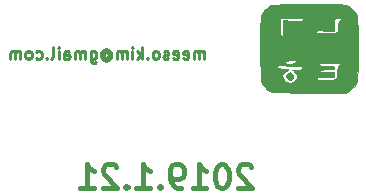
<source format=gbr>
G04 #@! TF.FileFunction,Legend,Bot*
%FSLAX46Y46*%
G04 Gerber Fmt 4.6, Leading zero omitted, Abs format (unit mm)*
G04 Created by KiCad (PCBNEW 4.0.7) date 02/14/19 03:38:50*
%MOMM*%
%LPD*%
G01*
G04 APERTURE LIST*
%ADD10C,0.100000*%
%ADD11C,0.250000*%
%ADD12C,0.400000*%
%ADD13C,0.010000*%
G04 APERTURE END LIST*
D10*
D11*
X152691075Y-91765381D02*
X152691075Y-91098714D01*
X152691075Y-91193952D02*
X152643456Y-91146333D01*
X152548218Y-91098714D01*
X152405360Y-91098714D01*
X152310122Y-91146333D01*
X152262503Y-91241571D01*
X152262503Y-91765381D01*
X152262503Y-91241571D02*
X152214884Y-91146333D01*
X152119646Y-91098714D01*
X151976789Y-91098714D01*
X151881551Y-91146333D01*
X151833932Y-91241571D01*
X151833932Y-91765381D01*
X150976789Y-91717762D02*
X151072027Y-91765381D01*
X151262504Y-91765381D01*
X151357742Y-91717762D01*
X151405361Y-91622524D01*
X151405361Y-91241571D01*
X151357742Y-91146333D01*
X151262504Y-91098714D01*
X151072027Y-91098714D01*
X150976789Y-91146333D01*
X150929170Y-91241571D01*
X150929170Y-91336810D01*
X151405361Y-91432048D01*
X150119646Y-91717762D02*
X150214884Y-91765381D01*
X150405361Y-91765381D01*
X150500599Y-91717762D01*
X150548218Y-91622524D01*
X150548218Y-91241571D01*
X150500599Y-91146333D01*
X150405361Y-91098714D01*
X150214884Y-91098714D01*
X150119646Y-91146333D01*
X150072027Y-91241571D01*
X150072027Y-91336810D01*
X150548218Y-91432048D01*
X149691075Y-91717762D02*
X149595837Y-91765381D01*
X149405361Y-91765381D01*
X149310122Y-91717762D01*
X149262503Y-91622524D01*
X149262503Y-91574905D01*
X149310122Y-91479667D01*
X149405361Y-91432048D01*
X149548218Y-91432048D01*
X149643456Y-91384429D01*
X149691075Y-91289190D01*
X149691075Y-91241571D01*
X149643456Y-91146333D01*
X149548218Y-91098714D01*
X149405361Y-91098714D01*
X149310122Y-91146333D01*
X148691075Y-91765381D02*
X148786313Y-91717762D01*
X148833932Y-91670143D01*
X148881551Y-91574905D01*
X148881551Y-91289190D01*
X148833932Y-91193952D01*
X148786313Y-91146333D01*
X148691075Y-91098714D01*
X148548217Y-91098714D01*
X148452979Y-91146333D01*
X148405360Y-91193952D01*
X148357741Y-91289190D01*
X148357741Y-91574905D01*
X148405360Y-91670143D01*
X148452979Y-91717762D01*
X148548217Y-91765381D01*
X148691075Y-91765381D01*
X147929170Y-91670143D02*
X147881551Y-91717762D01*
X147929170Y-91765381D01*
X147976789Y-91717762D01*
X147929170Y-91670143D01*
X147929170Y-91765381D01*
X147452980Y-91765381D02*
X147452980Y-90765381D01*
X147357742Y-91384429D02*
X147072027Y-91765381D01*
X147072027Y-91098714D02*
X147452980Y-91479667D01*
X146643456Y-91765381D02*
X146643456Y-91098714D01*
X146643456Y-90765381D02*
X146691075Y-90813000D01*
X146643456Y-90860619D01*
X146595837Y-90813000D01*
X146643456Y-90765381D01*
X146643456Y-90860619D01*
X146167266Y-91765381D02*
X146167266Y-91098714D01*
X146167266Y-91193952D02*
X146119647Y-91146333D01*
X146024409Y-91098714D01*
X145881551Y-91098714D01*
X145786313Y-91146333D01*
X145738694Y-91241571D01*
X145738694Y-91765381D01*
X145738694Y-91241571D02*
X145691075Y-91146333D01*
X145595837Y-91098714D01*
X145452980Y-91098714D01*
X145357742Y-91146333D01*
X145310123Y-91241571D01*
X145310123Y-91765381D01*
X144214885Y-91289190D02*
X144262504Y-91241571D01*
X144357742Y-91193952D01*
X144452980Y-91193952D01*
X144548218Y-91241571D01*
X144595838Y-91289190D01*
X144643457Y-91384429D01*
X144643457Y-91479667D01*
X144595838Y-91574905D01*
X144548218Y-91622524D01*
X144452980Y-91670143D01*
X144357742Y-91670143D01*
X144262504Y-91622524D01*
X144214885Y-91574905D01*
X144214885Y-91193952D02*
X144214885Y-91574905D01*
X144167266Y-91622524D01*
X144119647Y-91622524D01*
X144024409Y-91574905D01*
X143976790Y-91479667D01*
X143976790Y-91241571D01*
X144072028Y-91098714D01*
X144214885Y-91003476D01*
X144405361Y-90955857D01*
X144595838Y-91003476D01*
X144738695Y-91098714D01*
X144833933Y-91241571D01*
X144881552Y-91432048D01*
X144833933Y-91622524D01*
X144738695Y-91765381D01*
X144595838Y-91860619D01*
X144405361Y-91908238D01*
X144214885Y-91860619D01*
X144072028Y-91765381D01*
X143119647Y-91098714D02*
X143119647Y-91908238D01*
X143167266Y-92003476D01*
X143214885Y-92051095D01*
X143310124Y-92098714D01*
X143452981Y-92098714D01*
X143548219Y-92051095D01*
X143119647Y-91717762D02*
X143214885Y-91765381D01*
X143405362Y-91765381D01*
X143500600Y-91717762D01*
X143548219Y-91670143D01*
X143595838Y-91574905D01*
X143595838Y-91289190D01*
X143548219Y-91193952D01*
X143500600Y-91146333D01*
X143405362Y-91098714D01*
X143214885Y-91098714D01*
X143119647Y-91146333D01*
X142643457Y-91765381D02*
X142643457Y-91098714D01*
X142643457Y-91193952D02*
X142595838Y-91146333D01*
X142500600Y-91098714D01*
X142357742Y-91098714D01*
X142262504Y-91146333D01*
X142214885Y-91241571D01*
X142214885Y-91765381D01*
X142214885Y-91241571D02*
X142167266Y-91146333D01*
X142072028Y-91098714D01*
X141929171Y-91098714D01*
X141833933Y-91146333D01*
X141786314Y-91241571D01*
X141786314Y-91765381D01*
X140881552Y-91765381D02*
X140881552Y-91241571D01*
X140929171Y-91146333D01*
X141024409Y-91098714D01*
X141214886Y-91098714D01*
X141310124Y-91146333D01*
X140881552Y-91717762D02*
X140976790Y-91765381D01*
X141214886Y-91765381D01*
X141310124Y-91717762D01*
X141357743Y-91622524D01*
X141357743Y-91527286D01*
X141310124Y-91432048D01*
X141214886Y-91384429D01*
X140976790Y-91384429D01*
X140881552Y-91336810D01*
X140405362Y-91765381D02*
X140405362Y-91098714D01*
X140405362Y-90765381D02*
X140452981Y-90813000D01*
X140405362Y-90860619D01*
X140357743Y-90813000D01*
X140405362Y-90765381D01*
X140405362Y-90860619D01*
X139786315Y-91765381D02*
X139881553Y-91717762D01*
X139929172Y-91622524D01*
X139929172Y-90765381D01*
X139405362Y-91670143D02*
X139357743Y-91717762D01*
X139405362Y-91765381D01*
X139452981Y-91717762D01*
X139405362Y-91670143D01*
X139405362Y-91765381D01*
X138500600Y-91717762D02*
X138595838Y-91765381D01*
X138786315Y-91765381D01*
X138881553Y-91717762D01*
X138929172Y-91670143D01*
X138976791Y-91574905D01*
X138976791Y-91289190D01*
X138929172Y-91193952D01*
X138881553Y-91146333D01*
X138786315Y-91098714D01*
X138595838Y-91098714D01*
X138500600Y-91146333D01*
X137929172Y-91765381D02*
X138024410Y-91717762D01*
X138072029Y-91670143D01*
X138119648Y-91574905D01*
X138119648Y-91289190D01*
X138072029Y-91193952D01*
X138024410Y-91146333D01*
X137929172Y-91098714D01*
X137786314Y-91098714D01*
X137691076Y-91146333D01*
X137643457Y-91193952D01*
X137595838Y-91289190D01*
X137595838Y-91574905D01*
X137643457Y-91670143D01*
X137691076Y-91717762D01*
X137786314Y-91765381D01*
X137929172Y-91765381D01*
X137167267Y-91765381D02*
X137167267Y-91098714D01*
X137167267Y-91193952D02*
X137119648Y-91146333D01*
X137024410Y-91098714D01*
X136881552Y-91098714D01*
X136786314Y-91146333D01*
X136738695Y-91241571D01*
X136738695Y-91765381D01*
X136738695Y-91241571D02*
X136691076Y-91146333D01*
X136595838Y-91098714D01*
X136452981Y-91098714D01*
X136357743Y-91146333D01*
X136310124Y-91241571D01*
X136310124Y-91765381D01*
D12*
X156717096Y-100873038D02*
X156621858Y-100777800D01*
X156431381Y-100682562D01*
X155955191Y-100682562D01*
X155764715Y-100777800D01*
X155669477Y-100873038D01*
X155574238Y-101063514D01*
X155574238Y-101253990D01*
X155669477Y-101539705D01*
X156812334Y-102682562D01*
X155574238Y-102682562D01*
X154336143Y-100682562D02*
X154145667Y-100682562D01*
X153955191Y-100777800D01*
X153859953Y-100873038D01*
X153764715Y-101063514D01*
X153669476Y-101444467D01*
X153669476Y-101920657D01*
X153764715Y-102301610D01*
X153859953Y-102492086D01*
X153955191Y-102587324D01*
X154145667Y-102682562D01*
X154336143Y-102682562D01*
X154526619Y-102587324D01*
X154621857Y-102492086D01*
X154717096Y-102301610D01*
X154812334Y-101920657D01*
X154812334Y-101444467D01*
X154717096Y-101063514D01*
X154621857Y-100873038D01*
X154526619Y-100777800D01*
X154336143Y-100682562D01*
X151764714Y-102682562D02*
X152907572Y-102682562D01*
X152336143Y-102682562D02*
X152336143Y-100682562D01*
X152526619Y-100968276D01*
X152717095Y-101158752D01*
X152907572Y-101253990D01*
X150812333Y-102682562D02*
X150431381Y-102682562D01*
X150240905Y-102587324D01*
X150145667Y-102492086D01*
X149955191Y-102206371D01*
X149859952Y-101825419D01*
X149859952Y-101063514D01*
X149955191Y-100873038D01*
X150050429Y-100777800D01*
X150240905Y-100682562D01*
X150621857Y-100682562D01*
X150812333Y-100777800D01*
X150907572Y-100873038D01*
X151002810Y-101063514D01*
X151002810Y-101539705D01*
X150907572Y-101730181D01*
X150812333Y-101825419D01*
X150621857Y-101920657D01*
X150240905Y-101920657D01*
X150050429Y-101825419D01*
X149955191Y-101730181D01*
X149859952Y-101539705D01*
X149002810Y-102492086D02*
X148907571Y-102587324D01*
X149002810Y-102682562D01*
X149098048Y-102587324D01*
X149002810Y-102492086D01*
X149002810Y-102682562D01*
X147002809Y-102682562D02*
X148145667Y-102682562D01*
X147574238Y-102682562D02*
X147574238Y-100682562D01*
X147764714Y-100968276D01*
X147955190Y-101158752D01*
X148145667Y-101253990D01*
X146145667Y-102492086D02*
X146050428Y-102587324D01*
X146145667Y-102682562D01*
X146240905Y-102587324D01*
X146145667Y-102492086D01*
X146145667Y-102682562D01*
X145288524Y-100873038D02*
X145193286Y-100777800D01*
X145002809Y-100682562D01*
X144526619Y-100682562D01*
X144336143Y-100777800D01*
X144240905Y-100873038D01*
X144145666Y-101063514D01*
X144145666Y-101253990D01*
X144240905Y-101539705D01*
X145383762Y-102682562D01*
X144145666Y-102682562D01*
X142240904Y-102682562D02*
X143383762Y-102682562D01*
X142812333Y-102682562D02*
X142812333Y-100682562D01*
X143002809Y-100968276D01*
X143193285Y-101158752D01*
X143383762Y-101253990D01*
D13*
G36*
X160877190Y-87124863D02*
X160262422Y-87125992D01*
X159751740Y-87129537D01*
X159333687Y-87136860D01*
X158996807Y-87149322D01*
X158729643Y-87168284D01*
X158520737Y-87195106D01*
X158358634Y-87231150D01*
X158231876Y-87277777D01*
X158129006Y-87336349D01*
X158038568Y-87408225D01*
X157949106Y-87494769D01*
X157877939Y-87567876D01*
X157784444Y-87666284D01*
X157706674Y-87760278D01*
X157643268Y-87861992D01*
X157592866Y-87983563D01*
X157554107Y-88137125D01*
X157525630Y-88334815D01*
X157506074Y-88588767D01*
X157494079Y-88911117D01*
X157488284Y-89314001D01*
X157487328Y-89809553D01*
X157489850Y-90409910D01*
X157493604Y-90995500D01*
X157511750Y-93694250D01*
X157691453Y-93959047D01*
X157862358Y-94164350D01*
X158071301Y-94355951D01*
X158135953Y-94403547D01*
X158400750Y-94583250D01*
X161517599Y-94600836D01*
X164634447Y-94618422D01*
X164977368Y-94439278D01*
X165257847Y-94255580D01*
X165465775Y-94021201D01*
X165511770Y-93950521D01*
X165703250Y-93640909D01*
X165714225Y-92153551D01*
X164267711Y-92153551D01*
X164240951Y-92205969D01*
X164147500Y-92265500D01*
X164082777Y-92315829D01*
X164044419Y-92400690D01*
X164025868Y-92549490D01*
X164020560Y-92791632D01*
X164020500Y-92834698D01*
X164016694Y-93102946D01*
X163992698Y-93292177D01*
X163929649Y-93416176D01*
X163808685Y-93488726D01*
X163610940Y-93523613D01*
X163317551Y-93534620D01*
X163061472Y-93535500D01*
X162729667Y-93532828D01*
X162504248Y-93523131D01*
X162364680Y-93503884D01*
X162290431Y-93472563D01*
X162264413Y-93437511D01*
X162251860Y-93331265D01*
X162266069Y-93300264D01*
X162341849Y-93285576D01*
X162517003Y-93275960D01*
X162763971Y-93272373D01*
X163004164Y-93274667D01*
X163703000Y-93288328D01*
X163703000Y-92905265D01*
X163116351Y-92887007D01*
X162835099Y-92874993D01*
X162657049Y-92856787D01*
X162558411Y-92827325D01*
X162515391Y-92781543D01*
X162508445Y-92757625D01*
X162510689Y-92705998D01*
X162556096Y-92673277D01*
X162666829Y-92655263D01*
X162865050Y-92647758D01*
X163095094Y-92646500D01*
X163375848Y-92645419D01*
X163553300Y-92638050D01*
X163651147Y-92618205D01*
X163693088Y-92579696D01*
X163702819Y-92516334D01*
X163703000Y-92487750D01*
X163702611Y-92480489D01*
X161078588Y-92480489D01*
X160981390Y-92588570D01*
X160862239Y-92655351D01*
X160699659Y-92679818D01*
X160479161Y-92671187D01*
X160281697Y-92658449D01*
X160193027Y-92664339D01*
X160195822Y-92692598D01*
X160236678Y-92723525D01*
X160464651Y-92924988D01*
X160583964Y-93140403D01*
X160590617Y-93353609D01*
X160480610Y-93548444D01*
X160448625Y-93579848D01*
X160221140Y-93737406D01*
X159990358Y-93782003D01*
X159722028Y-93719083D01*
X159679650Y-93702060D01*
X159474277Y-93560992D01*
X159368589Y-93370261D01*
X159362327Y-93158567D01*
X159455230Y-92954606D01*
X159647041Y-92787077D01*
X159688111Y-92764960D01*
X159807781Y-92689028D01*
X159814287Y-92634908D01*
X159703916Y-92600768D01*
X159472959Y-92584772D01*
X159320055Y-92583000D01*
X159058350Y-92565623D01*
X158918079Y-92513643D01*
X158899587Y-92427286D01*
X158958186Y-92347600D01*
X159016183Y-92305876D01*
X159102756Y-92284627D01*
X159243205Y-92283303D01*
X159462833Y-92301359D01*
X159726037Y-92330985D01*
X160044518Y-92361436D01*
X160353402Y-92378429D01*
X160607943Y-92380066D01*
X160715069Y-92372993D01*
X160943436Y-92364547D01*
X161066628Y-92402014D01*
X161078588Y-92480489D01*
X163702611Y-92480489D01*
X163699136Y-92415707D01*
X163672085Y-92369619D01*
X163598659Y-92343686D01*
X163455673Y-92332114D01*
X163219940Y-92329105D01*
X163068000Y-92329000D01*
X162778988Y-92327256D01*
X162593974Y-92318962D01*
X162489971Y-92299520D01*
X162443993Y-92264332D01*
X162433052Y-92208801D01*
X162433000Y-92202000D01*
X162439413Y-92152483D01*
X162471439Y-92117838D01*
X162548261Y-92095418D01*
X162689064Y-92082576D01*
X162913030Y-92076667D01*
X163239344Y-92075046D01*
X163353750Y-92075000D01*
X163751855Y-92078921D01*
X164031396Y-92092003D01*
X164200604Y-92116221D01*
X164267711Y-92153551D01*
X165714225Y-92153551D01*
X165715979Y-91915741D01*
X160465537Y-91915741D01*
X160414641Y-92020358D01*
X160323371Y-92103149D01*
X160149268Y-92173355D01*
X159929100Y-92199373D01*
X159726186Y-92177392D01*
X159645622Y-92143936D01*
X159572211Y-92055094D01*
X159606376Y-91969797D01*
X159729574Y-91906521D01*
X159906883Y-91883632D01*
X160114593Y-91874117D01*
X160290439Y-91851586D01*
X160321625Y-91844476D01*
X160434463Y-91846841D01*
X160465537Y-91915741D01*
X165715979Y-91915741D01*
X165722733Y-91000579D01*
X165726782Y-90232761D01*
X165726626Y-89588351D01*
X165722204Y-89063822D01*
X165713453Y-88655650D01*
X165700309Y-88360309D01*
X165697964Y-88335517D01*
X164333275Y-88335517D01*
X164283452Y-88410774D01*
X164218260Y-88451615D01*
X164149993Y-88514757D01*
X164107175Y-88634058D01*
X164081360Y-88838883D01*
X164073749Y-88954060D01*
X164056837Y-89195505D01*
X164025042Y-89367569D01*
X163959300Y-89482003D01*
X163840550Y-89550561D01*
X163649729Y-89584995D01*
X163367775Y-89597057D01*
X163028475Y-89598500D01*
X162685461Y-89597359D01*
X162449546Y-89592033D01*
X162300839Y-89579667D01*
X162219446Y-89557403D01*
X162185474Y-89522387D01*
X162179000Y-89476545D01*
X162233892Y-89372655D01*
X162373458Y-89312383D01*
X162560036Y-89305246D01*
X162711853Y-89341877D01*
X162868350Y-89377196D01*
X163096357Y-89401187D01*
X163294384Y-89408000D01*
X163703000Y-89408000D01*
X163703000Y-88959325D01*
X163712882Y-88650170D01*
X163750026Y-88446621D01*
X163825682Y-88328297D01*
X163827914Y-88327345D01*
X161099500Y-88327345D01*
X161079482Y-88365776D01*
X160987952Y-88451961D01*
X160977943Y-88460363D01*
X160899741Y-88516476D01*
X160810181Y-88550560D01*
X160681635Y-88565376D01*
X160486475Y-88563686D01*
X160197072Y-88548252D01*
X160136568Y-88544463D01*
X159448500Y-88500924D01*
X159448500Y-89144962D01*
X159445525Y-89442696D01*
X159434490Y-89634555D01*
X159412234Y-89741566D01*
X159375596Y-89784759D01*
X159351679Y-89789000D01*
X159260055Y-89735827D01*
X159192929Y-89626116D01*
X159165162Y-89490551D01*
X159143835Y-89267399D01*
X159132208Y-88996031D01*
X159131000Y-88877911D01*
X159131000Y-88292590D01*
X160099375Y-88307278D01*
X160436892Y-88312702D01*
X160727448Y-88317950D01*
X160948315Y-88322565D01*
X161076764Y-88326091D01*
X161099500Y-88327345D01*
X163827914Y-88327345D01*
X163951098Y-88274817D01*
X164086235Y-88265000D01*
X164265509Y-88284061D01*
X164333275Y-88335517D01*
X165697964Y-88335517D01*
X165682709Y-88174273D01*
X165671376Y-88118177D01*
X165546126Y-87857108D01*
X165339040Y-87592938D01*
X165087324Y-87366813D01*
X164877750Y-87240469D01*
X164811043Y-87213567D01*
X164731850Y-87191166D01*
X164628640Y-87172858D01*
X164489884Y-87158235D01*
X164304049Y-87146889D01*
X164059607Y-87138412D01*
X163745026Y-87132396D01*
X163348775Y-87128434D01*
X162859324Y-87126118D01*
X162265143Y-87125039D01*
X161607500Y-87124789D01*
X160877190Y-87124863D01*
X160877190Y-87124863D01*
G37*
X160877190Y-87124863D02*
X160262422Y-87125992D01*
X159751740Y-87129537D01*
X159333687Y-87136860D01*
X158996807Y-87149322D01*
X158729643Y-87168284D01*
X158520737Y-87195106D01*
X158358634Y-87231150D01*
X158231876Y-87277777D01*
X158129006Y-87336349D01*
X158038568Y-87408225D01*
X157949106Y-87494769D01*
X157877939Y-87567876D01*
X157784444Y-87666284D01*
X157706674Y-87760278D01*
X157643268Y-87861992D01*
X157592866Y-87983563D01*
X157554107Y-88137125D01*
X157525630Y-88334815D01*
X157506074Y-88588767D01*
X157494079Y-88911117D01*
X157488284Y-89314001D01*
X157487328Y-89809553D01*
X157489850Y-90409910D01*
X157493604Y-90995500D01*
X157511750Y-93694250D01*
X157691453Y-93959047D01*
X157862358Y-94164350D01*
X158071301Y-94355951D01*
X158135953Y-94403547D01*
X158400750Y-94583250D01*
X161517599Y-94600836D01*
X164634447Y-94618422D01*
X164977368Y-94439278D01*
X165257847Y-94255580D01*
X165465775Y-94021201D01*
X165511770Y-93950521D01*
X165703250Y-93640909D01*
X165714225Y-92153551D01*
X164267711Y-92153551D01*
X164240951Y-92205969D01*
X164147500Y-92265500D01*
X164082777Y-92315829D01*
X164044419Y-92400690D01*
X164025868Y-92549490D01*
X164020560Y-92791632D01*
X164020500Y-92834698D01*
X164016694Y-93102946D01*
X163992698Y-93292177D01*
X163929649Y-93416176D01*
X163808685Y-93488726D01*
X163610940Y-93523613D01*
X163317551Y-93534620D01*
X163061472Y-93535500D01*
X162729667Y-93532828D01*
X162504248Y-93523131D01*
X162364680Y-93503884D01*
X162290431Y-93472563D01*
X162264413Y-93437511D01*
X162251860Y-93331265D01*
X162266069Y-93300264D01*
X162341849Y-93285576D01*
X162517003Y-93275960D01*
X162763971Y-93272373D01*
X163004164Y-93274667D01*
X163703000Y-93288328D01*
X163703000Y-92905265D01*
X163116351Y-92887007D01*
X162835099Y-92874993D01*
X162657049Y-92856787D01*
X162558411Y-92827325D01*
X162515391Y-92781543D01*
X162508445Y-92757625D01*
X162510689Y-92705998D01*
X162556096Y-92673277D01*
X162666829Y-92655263D01*
X162865050Y-92647758D01*
X163095094Y-92646500D01*
X163375848Y-92645419D01*
X163553300Y-92638050D01*
X163651147Y-92618205D01*
X163693088Y-92579696D01*
X163702819Y-92516334D01*
X163703000Y-92487750D01*
X163702611Y-92480489D01*
X161078588Y-92480489D01*
X160981390Y-92588570D01*
X160862239Y-92655351D01*
X160699659Y-92679818D01*
X160479161Y-92671187D01*
X160281697Y-92658449D01*
X160193027Y-92664339D01*
X160195822Y-92692598D01*
X160236678Y-92723525D01*
X160464651Y-92924988D01*
X160583964Y-93140403D01*
X160590617Y-93353609D01*
X160480610Y-93548444D01*
X160448625Y-93579848D01*
X160221140Y-93737406D01*
X159990358Y-93782003D01*
X159722028Y-93719083D01*
X159679650Y-93702060D01*
X159474277Y-93560992D01*
X159368589Y-93370261D01*
X159362327Y-93158567D01*
X159455230Y-92954606D01*
X159647041Y-92787077D01*
X159688111Y-92764960D01*
X159807781Y-92689028D01*
X159814287Y-92634908D01*
X159703916Y-92600768D01*
X159472959Y-92584772D01*
X159320055Y-92583000D01*
X159058350Y-92565623D01*
X158918079Y-92513643D01*
X158899587Y-92427286D01*
X158958186Y-92347600D01*
X159016183Y-92305876D01*
X159102756Y-92284627D01*
X159243205Y-92283303D01*
X159462833Y-92301359D01*
X159726037Y-92330985D01*
X160044518Y-92361436D01*
X160353402Y-92378429D01*
X160607943Y-92380066D01*
X160715069Y-92372993D01*
X160943436Y-92364547D01*
X161066628Y-92402014D01*
X161078588Y-92480489D01*
X163702611Y-92480489D01*
X163699136Y-92415707D01*
X163672085Y-92369619D01*
X163598659Y-92343686D01*
X163455673Y-92332114D01*
X163219940Y-92329105D01*
X163068000Y-92329000D01*
X162778988Y-92327256D01*
X162593974Y-92318962D01*
X162489971Y-92299520D01*
X162443993Y-92264332D01*
X162433052Y-92208801D01*
X162433000Y-92202000D01*
X162439413Y-92152483D01*
X162471439Y-92117838D01*
X162548261Y-92095418D01*
X162689064Y-92082576D01*
X162913030Y-92076667D01*
X163239344Y-92075046D01*
X163353750Y-92075000D01*
X163751855Y-92078921D01*
X164031396Y-92092003D01*
X164200604Y-92116221D01*
X164267711Y-92153551D01*
X165714225Y-92153551D01*
X165715979Y-91915741D01*
X160465537Y-91915741D01*
X160414641Y-92020358D01*
X160323371Y-92103149D01*
X160149268Y-92173355D01*
X159929100Y-92199373D01*
X159726186Y-92177392D01*
X159645622Y-92143936D01*
X159572211Y-92055094D01*
X159606376Y-91969797D01*
X159729574Y-91906521D01*
X159906883Y-91883632D01*
X160114593Y-91874117D01*
X160290439Y-91851586D01*
X160321625Y-91844476D01*
X160434463Y-91846841D01*
X160465537Y-91915741D01*
X165715979Y-91915741D01*
X165722733Y-91000579D01*
X165726782Y-90232761D01*
X165726626Y-89588351D01*
X165722204Y-89063822D01*
X165713453Y-88655650D01*
X165700309Y-88360309D01*
X165697964Y-88335517D01*
X164333275Y-88335517D01*
X164283452Y-88410774D01*
X164218260Y-88451615D01*
X164149993Y-88514757D01*
X164107175Y-88634058D01*
X164081360Y-88838883D01*
X164073749Y-88954060D01*
X164056837Y-89195505D01*
X164025042Y-89367569D01*
X163959300Y-89482003D01*
X163840550Y-89550561D01*
X163649729Y-89584995D01*
X163367775Y-89597057D01*
X163028475Y-89598500D01*
X162685461Y-89597359D01*
X162449546Y-89592033D01*
X162300839Y-89579667D01*
X162219446Y-89557403D01*
X162185474Y-89522387D01*
X162179000Y-89476545D01*
X162233892Y-89372655D01*
X162373458Y-89312383D01*
X162560036Y-89305246D01*
X162711853Y-89341877D01*
X162868350Y-89377196D01*
X163096357Y-89401187D01*
X163294384Y-89408000D01*
X163703000Y-89408000D01*
X163703000Y-88959325D01*
X163712882Y-88650170D01*
X163750026Y-88446621D01*
X163825682Y-88328297D01*
X163827914Y-88327345D01*
X161099500Y-88327345D01*
X161079482Y-88365776D01*
X160987952Y-88451961D01*
X160977943Y-88460363D01*
X160899741Y-88516476D01*
X160810181Y-88550560D01*
X160681635Y-88565376D01*
X160486475Y-88563686D01*
X160197072Y-88548252D01*
X160136568Y-88544463D01*
X159448500Y-88500924D01*
X159448500Y-89144962D01*
X159445525Y-89442696D01*
X159434490Y-89634555D01*
X159412234Y-89741566D01*
X159375596Y-89784759D01*
X159351679Y-89789000D01*
X159260055Y-89735827D01*
X159192929Y-89626116D01*
X159165162Y-89490551D01*
X159143835Y-89267399D01*
X159132208Y-88996031D01*
X159131000Y-88877911D01*
X159131000Y-88292590D01*
X160099375Y-88307278D01*
X160436892Y-88312702D01*
X160727448Y-88317950D01*
X160948315Y-88322565D01*
X161076764Y-88326091D01*
X161099500Y-88327345D01*
X163827914Y-88327345D01*
X163951098Y-88274817D01*
X164086235Y-88265000D01*
X164265509Y-88284061D01*
X164333275Y-88335517D01*
X165697964Y-88335517D01*
X165682709Y-88174273D01*
X165671376Y-88118177D01*
X165546126Y-87857108D01*
X165339040Y-87592938D01*
X165087324Y-87366813D01*
X164877750Y-87240469D01*
X164811043Y-87213567D01*
X164731850Y-87191166D01*
X164628640Y-87172858D01*
X164489884Y-87158235D01*
X164304049Y-87146889D01*
X164059607Y-87138412D01*
X163745026Y-87132396D01*
X163348775Y-87128434D01*
X162859324Y-87126118D01*
X162265143Y-87125039D01*
X161607500Y-87124789D01*
X160877190Y-87124863D01*
G36*
X159879136Y-92942393D02*
X159755085Y-93039142D01*
X159660877Y-93147345D01*
X159639000Y-93203870D01*
X159672065Y-93287847D01*
X159737851Y-93394370D01*
X159878555Y-93506639D01*
X160049808Y-93530303D01*
X160197800Y-93459300D01*
X160266502Y-93315056D01*
X160251177Y-93145107D01*
X160169007Y-92994298D01*
X160037171Y-92907475D01*
X159983715Y-92900500D01*
X159879136Y-92942393D01*
X159879136Y-92942393D01*
G37*
X159879136Y-92942393D02*
X159755085Y-93039142D01*
X159660877Y-93147345D01*
X159639000Y-93203870D01*
X159672065Y-93287847D01*
X159737851Y-93394370D01*
X159878555Y-93506639D01*
X160049808Y-93530303D01*
X160197800Y-93459300D01*
X160266502Y-93315056D01*
X160251177Y-93145107D01*
X160169007Y-92994298D01*
X160037171Y-92907475D01*
X159983715Y-92900500D01*
X159879136Y-92942393D01*
M02*

</source>
